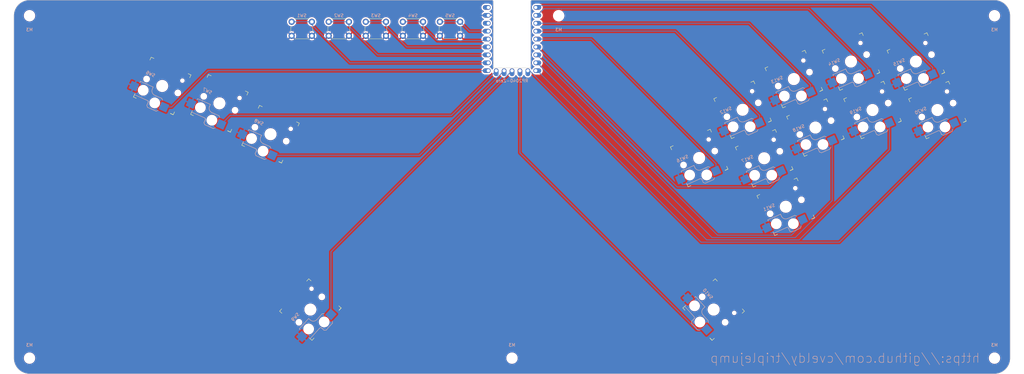
<source format=kicad_pcb>
(kicad_pcb (version 20240108) (generator "pcbnew") (generator_version "8.0")
  (layers (0 "F.Cu" signal) (31 "B.Cu" signal) (34 "B.Paste" user) (35 "F.Paste" user) (36 "B.SilkS" user "B.Silkscreen") (37 "F.SilkS" user "F.Silkscreen") (38 "B.Mask" user) (39 "F.Mask" user) (44 "Edge.Cuts" user))
  (net 0 "")
  (net 1 "GND")
  (net 2 "LEFT")
  (net 3 "DOWN")
  (net 4 "RIGHT")
  (net 7 "S2 (START)")
  (net 8 "S1 (SELECT)")
  (net 9 "A1 (HOME)")
  (net 10 "A2 (CAPTURE)")
  (net 11 "UP1")
  (net 12 "(RS) R3")
  (net 13 "B3 (1P)")
  (net 14 "B4 (2P)")
  (net 15 "R1 (3P)")
  (net 16 "L1 (4P)")
  (net 17 "(LS) L3")
  (net 18 "B1 (1K)")
  (net 19 "B2 (2K)")
  (net 20 "R2 (3K)")
  (net 21 "L2 (4K)")
  (net 22 "TURBO")
  (net 23 "UP2")
  (footprint "keyswitches.pretty-master:Kailh_socket_PG1350" (layer "F.Cu") (at 289.467431 62.925475 24)
    (property "Reference" "SW18" (at -5 -2 24) (layer "B.SilkS") (effects (justify mirror)))
    (property "Value" "SW_Push_45deg")
    (pad "" np_thru_hole circle (at -5.5 0 24) (size 1.7018 1.7018) (drill 1.7018) (layers "*.Cu" "*.Mask"))
    (pad "" np_thru_hole circle (at -5 3.75 24) (size 3 3) (drill 3) (layers "*.Cu" "*.Mask"))
    (pad "" np_thru_hole circle (at 0 0 24) (size 3.429 3.429) (drill 3.429) (layers "*.Cu" "*.Mask"))
    (pad "" np_thru_hole circle (at 0 5.95 24) (size 3 3) (drill 3) (layers "*.Cu" "*.Mask"))
    (pad "" np_thru_hole circle (at 5.22 -4.2 24) (size 0.9906 0.9906) (drill 0.9906) (layers "*.Cu" "*.Mask"))
    (pad "" np_thru_hole circle (at 5.5 0 24) (size 1.7018 1.7018) (drill 1.7018) (layers "*.Cu" "*.Mask"))
    (pad "1" smd rect (at 3.275 5.95 24) (size 2.6 2.6) (layers "B.Cu" "B.Paste" "B.Mask") (net 19 "B2 (2K)"))
    (pad "2" smd rect (at -8.275 3.75 24) (size 2.6 2.6) (layers "B.Cu" "B.Paste" "B.Mask") (net 1 "GND"))
  )
  (footprint "keyswitches.pretty-master:Kailh_socket_PG1350" (layer "F.Cu") (at 256.77564 121.401516 -48)
    (property "Reference" "SW10" (at -4.999999 -2 132) (layer "B.SilkS") (effects (justify mirror)))
    (property "Value" "SW_Push_45deg")
    (pad "" np_thru_hole circle (at -5.5 -0.000001 312) (size 1.7018 1.7018) (drill 1.7018) (layers "*.Cu" "*.Mask"))
    (pad "" np_thru_hole circle (at -5 3.749999 312) (size 3 3) (drill 3) (layers "*.Cu" "*.Mask"))
    (pad "" np_thru_hole circle (at 0 0 312) (size 3.429 3.429) (drill 3.429) (layers "*.Cu" "*.Mask"))
    (pad "" np_thru_hole circle (at 0 5.949999 312) (size 3 3) (drill 3) (layers "*.Cu" "*.Mask"))
    (pad "" np_thru_hole circle (at 5.22 -4.2 312) (size 0.9906 0.9906) (drill 0.9906) (layers "*.Cu" "*.Mask"))
    (pad "" np_thru_hole circle (at 5.5 0.000001 312) (size 1.7018 1.7018) (drill 1.7018) (layers "*.Cu" "*.Mask"))
    (pad "1" smd rect (at 3.275 5.95 312) (size 2.6 2.6) (layers "B.Cu" "B.Paste" "B.Mask") (net 23 "UP2"))
    (pad "2" smd rect (at -8.275 3.750001 312) (size 2.6 2.6) (layers "B.Cu" "B.Paste" "B.Mask") (net 1 "GND"))
  )
  (footprint "keyswitches.pretty-master:Kailh_socket_PG1350" (layer "F.Cu") (at 266.072448 57.215684 24)
    (property "Reference" "SW12" (at -5 -2 24) (layer "B.SilkS") (effects (justify mirror)))
    (property "Value" "SW_Push_45deg")
    (pad "" np_thru_hole circle (at -5.5 0 24) (size 1.7018 1.7018) (drill 1.7018) (layers "*.Cu" "*.Mask"))
    (pad "" np_thru_hole circle (at -5 3.75 24) (size 3 3) (drill 3) (layers "*.Cu" "*.Mask"))
    (pad "" np_thru_hole circle (at 0 0 24) (size 3.429 3.429) (drill 3.429) (layers "*.Cu" "*.Mask"))
    (pad "" np_thru_hole circle (at 0 5.95 24) (size 3 3) (drill 3) (layers "*.Cu" "*.Mask"))
    (pad "" np_thru_hole circle (at 5.22 -4.2 24) (size 0.9906 0.9906) (drill 0.9906) (layers "*.Cu" "*.Mask"))
    (pad "" np_thru_hole circle (at 5.5 0 24) (size 1.7018 1.7018) (drill 1.7018) (layers "*.Cu" "*.Mask"))
    (pad "1" smd rect (at 3.275 5.95 24) (size 2.6 2.6) (layers "B.Cu" "B.Paste" "B.Mask") (net 13 "B3 (1P)"))
    (pad "2" smd rect (at -8.275 3.75 24) (size 2.6 2.6) (layers "B.Cu" "B.Paste" "B.Mask") (net 1 "GND"))
  )
  (footprint "keyswitches.pretty-master:Kailh_socket_PG1350" (layer "F.Cu") (at 127.22436 121.401516 48)
    (property "Reference" "SW9" (at -5 -1.999999 48) (layer "B.SilkS") (effects (justify mirror)))
    (property "Value" "SW_Push_45deg")
    (pad "" np_thru_hole circle (at -5.5 0.000001 48) (size 1.7018 1.7018) (drill 1.7018) (layers "*.Cu" "*.Mask"))
    (pad "" np_thru_hole circle (at -5 3.75 48) (size 3 3) (drill 3) (layers "*.Cu" "*.Mask"))
    (pad "" np_thru_hole circle (at 0 0 48) (size 3.429 3.429) (drill 3.429) (layers "*.Cu" "*.Mask"))
    (pad "" np_thru_hole circle (at 0 5.949999 48) (size 3 3) (drill 3) (layers "*.Cu" "*.Mask"))
    (pad "" np_thru_hole circle (at 5.22 -4.199999 48) (size 0.9906 0.9906) (drill 0.9906) (layers "*.Cu" "*.Mask"))
    (pad "" np_thru_hole circle (at 5.5 -0.000001 48) (size 1.7018 1.7018) (drill 1.7018) (layers "*.Cu" "*.Mask"))
    (pad "1" smd rect (at 3.275 5.949999 48) (size 2.6 2.6) (layers "B.Cu" "B.Paste" "B.Mask") (net 11 "UP1"))
    (pad "2" smd rect (at -8.275001 3.75 48) (size 2.6 2.6) (layers "B.Cu" "B.Paste" "B.Mask") (net 1 "GND"))
  )
  (footprint "keyswitches.pretty-master:Kailh_socket_PG1350" (layer "F.Cu") (at 328.668201 57.29944 24)
    (property "Reference" "SW20" (at -5 -2 24) (layer "B.SilkS") (effects (justify mirror)))
    (property "Value" "SW_Push_45deg")
    (pad "" np_thru_hole circle (at -5.5 0 24) (size 1.7018 1.7018) (drill 1.7018) (layers "*.Cu" "*.Mask"))
    (pad "" np_thru_hole circle (at -5 3.75 24) (size 3 3) (drill 3) (layers "*.Cu" "*.Mask"))
    (pad "" np_thru_hole circle (at 0 0 24) (size 3.429 3.429) (drill 3.429) (layers "*.Cu" "*.Mask"))
    (pad "" np_thru_hole circle (at 0 5.95 24) (size 3 3) (drill 3) (layers "*.Cu" "*.Mask"))
    (pad "" np_thru_hole circle (at 5.22 -4.2 24) (size 0.9906 0.9906) (drill 0.9906) (layers "*.Cu" "*.Mask"))
    (pad "" np_thru_hole circle (at 5.5 0 24) (size 1.7018 1.7018) (drill 1.7018) (layers "*.Cu" "*.Mask"))
    (pad "1" smd rect (at 3.275 5.95 24) (size 2.6 2.6) (layers "B.Cu" "B.Paste" "B.Mask") (net 21 "L2 (4K)"))
    (pad "2" smd rect (at -8.275 3.75 24) (size 2.6 2.6) (layers "B.Cu" "B.Paste" "B.Mask") (net 1 "GND"))
  )
  (footprint "mcu:rp2040-zero-tht" (layer "F.Cu") (at 192 34.5)
    (property "Reference" "U1" (hide yes))
    (property "Value" "rp2040-zero" (hide yes))
    (fp_line (start -6 -11.75) (end -6 9.25) (stroke (width 0.12)) (layer "Edge.Cuts"))
    (fp_line (start -6 9.25) (end 6 9.25) (stroke (width 0.12)) (layer "Edge.Cuts"))
    (fp_line (start 6 9.25) (end 6 -11.75) (stroke (width 0.12)) (layer "Edge.Cuts"))
    (pad "1" thru_hole oval (at 7.62 -10.16 180) (size 2.5 1.5) (drill 1 (offset -0.5 0)) (layers "*.Cu" "*.Mask") (net 16 "L1 (4P)"))
    (pad "2" thru_hole oval (at 7.62 -7.62 180) (size 2.5 1.5) (drill 1 (offset -0.5 0)) (layers "*.Cu" "*.Mask") (net 15 "R1 (3P)"))
    (pad "3" thru_hole oval (at 7.62 -5.08 180) (size 2.5 1.5) (drill 1 (offset -0.5 0)) (layers "*.Cu" "*.Mask") (net 14 "B4 (2P)"))
    (pad "4" thru_hole oval (at 7.62 -2.54 180) (size 2.5 1.5) (drill 1 (offset -0.5 0)) (layers "*.Cu" "*.Mask") (net 13 "B3 (1P)"))
    (pad "5" thru_hole oval (at 7.62 0 180) (size 2.5 1.5) (drill 1 (offset -0.5 0)) (layers "*.Cu" "*.Mask") (net 17 "(LS) L3"))
    (pad "6" thru_hole oval (at 7.62 2.54 180) (size 2.5 1.5) (drill 1 (offset -0.5 0)) (layers "*.Cu" "*.Mask") (net 18 "B1 (1K)"))
    (pad "7" thru_hole oval (at 7.62 5.08 180) (size 2.5 1.5) (drill 1 (offset -0.5 0)) (layers "*.Cu" "*.Mask") (net 12 "(RS) R3"))
    (pad "8" thru_hole oval (at 7.62 7.62 180) (size 2.5 1.5) (drill 1 (offset -0.5 0)) (layers "*.Cu" "*.Mask") (net 19 "B2 (2K)"))
    (pad "9" thru_hole oval (at 7.62 10.16 180) (size 2.5 1.5) (drill 1 (offset -0.5 0)) (layers "*.Cu" "*.Mask") (net 20 "R2 (3K)"))
    (pad "10" thru_hole oval (at 5.08 10.16 90) (size 2.5 1.5) (drill 1 (offset -0.5 0)) (layers "*.Cu" "*.Mask") (net 21 "L2 (4K)"))
    (pad "11" thru_hole oval (at 2.54 10.16 90) (size 2.5 1.5) (drill 1 (offset -0.5 0)) (layers "*.Cu" "*.Mask") (net 23 "UP2"))
    (pad "12" thru_hole oval (at 0 10.16 90) (size 2.5 1.5) (drill 1 (offset -0.5 0)) (layers "*.Cu" "*.Mask") (net 11 "UP1"))
    (pad "13" thru_hole oval (at -2.54 10.16 90) (size 2.5 1.5) (drill 1 (offset -0.5 0)) (layers "*.Cu" "*.Mask") (net 4 "RIGHT"))
    (pad "14" thru_hole oval (at -5.08 10.16 90) (size 2.5 1.5) (drill 1 (offset -0.5 0)) (layers "*.Cu" "*.Mask") (net 3 "DOWN"))
    (pad "15" thru_hole oval (at -7.62 10.16) (size 2.5 1.5) (drill 1 (offset -0.5 0)) (layers "*.Cu" "*.Mask") (net 2 "LEFT"))
    (pad "16" thru_hole oval (at -7.62 7.62) (size 2.5 1.5) (drill 1 (offset -0.5 0)) (layers "*.Cu" "*.Mask") (net 7 "S2 (START)"))
    (pad "17" thru_hole oval (at -7.62 5.08) (size 2.5 1.5) (drill 1 (offset -0.5 0)) (layers "*.Cu" "*.Mask") (net 8 "S1 (SELECT)"))
    (pad "18" thru_hole oval (at -7.62 2.54) (size 2.5 1.5) (drill 1 (offset -0.5 0)) (layers "*.Cu" "*.Mask") (net 9 "A1 (HOME)"))
    (pad "19" thru_hole oval (at -7.62 0) (size 2.5 1.5) (drill 1 (offset -0.5 0)) (layers "*.Cu" "*.Mask") (net 10 "A2 (CAPTURE)"))
    (pad "20" thru_hole oval (at -7.62 -2.54) (size 2.5 1.5) (drill 1 (offset -0.5 0)) (layers "*.Cu" "*.Mask") (net 22 "TURBO"))
    (pad "21" thru_hole oval (at -7.62 -5.08) (size 2.5 1.5) (drill 1 (offset -0.5 0)) (layers "*.Cu" "*.Mask"))
    (pad "22" thru_hole oval (at -7.62 -7.62) (size 2.5 1.5) (drill 1 (offset -0.5 0)) (layers "*.Cu" "*.Mask") (net 1 "GND"))
    (pad "23" thru_hole oval (at -7.62 -10.16) (size 2.5 1.5) (drill 1 (offset -0.5 0)) (layers "*.Cu" "*.Mask"))
  )
  (footprint "keyswitches.pretty-master:Kailh_socket_PG1350" (layer "F.Cu") (at 79.628417 49.564547 -24)
    (property "Reference" "SW6" (at -5 -2 156) (layer "B.SilkS") (effects (justify mirror)))
    (property "Value" "SW_Push_45deg")
    (pad "" np_thru_hole circle (at -5.5 0 336) (size 1.7018 1.7018) (drill 1.7018) (layers "*.Cu" "*.Mask"))
    (pad "" np_thru_hole circle (at -5 3.75 336) (size 3 3) (drill 3) (layers "*.Cu" "*.Mask"))
    (pad "" np_thru_hole circle (at 0 0 336) (size 3.429 3.429) (drill 3.429) (layers "*.Cu" "*.Mask"))
    (pad "" np_thru_hole circle (at 0 5.95 336) (size 3 3) (drill 3) (layers "*.Cu" "*.Mask"))
    (pad "" np_thru_hole circle (at 5.22 -4.2 336) (size 0.9906 0.9906) (drill 0.9906) (layers "*.Cu" "*.Mask"))
    (pad "" np_thru_hole circle (at 5.5 0 336) (size 1.7018 1.7018) (drill 1.7018) (layers "*.Cu" "*.Mask"))
    (pad "1" smd rect (at 3.275 5.95 336) (size 2.6 2.6) (layers "B.Cu" "B.Paste" "B.Mask") (net 2 "LEFT"))
    (pad "2" smd rect (at -8.275 3.75 336) (size 2.6 2.6) (layers "B.Cu" "B.Paste" "B.Mask") (net 1 "GND"))
  )
  (footprint "keyswitches.pretty-master:Kailh_socket_PG1350" (layer "F.Cu") (at 252.121178 72.716821 24)
    (property "Reference" "SW16" (at -5 -2 24) (layer "B.SilkS") (effects (justify mirror)))
    (property "Value" "SW_Push_45deg")
    (pad "" np_thru_hole circle (at -5.5 0 24) (size 1.7018 1.7018) (drill 1.7018) (layers "*.Cu" "*.Mask"))
    (pad "" np_thru_hole circle (at -5 3.75 24) (size 3 3) (drill 3) (layers "*.Cu" "*.Mask"))
    (pad "" np_thru_hole circle (at 0 0 24) (size 3.429 3.429) (drill 3.429) (layers "*.Cu" "*.Mask"))
    (pad "" np_thru_hole circle (at 0 5.95 24) (size 3 3) (drill 3) (layers "*.Cu" "*.Mask"))
    (pad "" np_thru_hole circle (at 5.22 -4.2 24) (size 0.9906 0.9906) (drill 0.9906) (layers "*.Cu" "*.Mask"))
    (pad "" np_thru_hole circle (at 5.5 0 24) (size 1.7018 1.7018) (drill 1.7018) (layers "*.Cu" "*.Mask"))
    (pad "1" smd rect (at 3.275 5.95 24) (size 2.6 2.6) (layers "B.Cu" "B.Paste" "B.Mask") (net 17 "(LS) L3"))
    (pad "2" smd rect (at -8.275 3.75 24) (size 2.6 2.6) (layers "B.Cu" "B.Paste" "B.Mask") (net 1 "GND"))
  )
  (footprint "keyswitches.pretty-master:Kailh_socket_PG1350" (layer "F.Cu") (at 300.87853 41.719018 24)
    (property "Reference" "SW14" (at -5 -2 24) (layer "B.SilkS") (effects (justify mirror)))
    (property "Value" "SW_Push_45deg")
    (pad "" np_thru_hole circle (at -5.5 0 24) (size 1.7018 1.7018) (drill 1.7018) (layers "*.Cu" "*.Mask"))
    (pad "" np_thru_hole circle (at -5 3.75 24) (size 3 3) (drill 3) (layers "*.Cu" "*.Mask"))
    (pad "" np_thru_hole circle (at 0 0 24) (size 3.429 3.429) (drill 3.429) (layers "*.Cu" "*.Mask"))
    (pad "" np_thru_hole circle (at 0 5.95 24) (size 3 3) (drill 3) (layers "*.Cu" "*.Mask"))
    (pad "" np_thru_hole circle (at 5.22 -4.2 24) (size 0.9906 0.9906) (drill 0.9906) (layers "*.Cu" "*.Mask"))
    (pad "" np_thru_hole circle (at 5.5 0 24) (size 1.7018 1.7018) (drill 1.7018) (layers "*.Cu" "*.Mask"))
    (pad "1" smd rect (at 3.275 5.95 24) (size 2.6 2.6) (layers "B.Cu" "B.Paste" "B.Mask") (net 15 "R1 (3P)"))
    (pad "2" smd rect (at -8.275 3.75 24) (size 2.6 2.6) (layers "B.Cu" "B.Paste" "B.Mask") (net 1 "GND"))
  )
  (footprint "keyswitches.pretty-master:Kailh_socket_PG1350" (layer "F.Cu") (at 321.733342 41.723489 24)
    (property "Reference" "SW15" (at -5 -2 24) (layer "B.SilkS") (effects (justify mirror)))
    (property "Value" "SW_Push_45deg")
    (pad "" np_thru_hole circle (at -5.5 0 24) (size 1.7018 1.7018) (drill 1.7018) (layers "*.Cu" "*.Mask"))
    (pad "" np_thru_hole circle (at -5 3.75 24) (size 3 3) (drill 3) (layers "*.Cu" "*.Mask"))
    (pad "" np_thru_hole circle (at 0 0 24) (size 3.429 3.429) (drill 3.429) (layers "*.Cu" "*.Mask"))
    (pad "" np_thru_hole circle (at 0 5.95 24) (size 3 3) (drill 3) (layers "*.Cu" "*.Mask"))
    (pad "" np_thru_hole circle (at 5.22 -4.2 24) (size 0.9906 0.9906) (drill 0.9906) (layers "*.Cu" "*.Mask"))
    (pad "" np_thru_hole circle (at 5.5 0 24) (size 1.7018 1.7018) (drill 1.7018) (layers "*.Cu" "*.Mask"))
    (pad "1" smd rect (at 3.275 5.95 24) (size 2.6 2.6) (layers "B.Cu" "B.Paste" "B.Mask") (net 16 "L1 (4P)"))
    (pad "2" smd rect (at -8.275 3.75 24) (size 2.6 2.6) (layers "B.Cu" "B.Paste" "B.Mask") (net 1 "GND"))
  )
  (footprint "keyswitches.pretty-master:Kailh_socket_PG1350" (layer "F.Cu") (at 114.434499 65.061213 -24)
    (property "Reference" "SW8" (at -5 -2 156) (layer "B.SilkS") (effects (justify mirror)))
    (property "Value" "SW_Push_45deg")
    (pad "" np_thru_hole circle (at -5.5 0 336) (size 1.7018 1.7018) (drill 1.7018) (layers "*.Cu" "*.Mask"))
    (pad "" np_thru_hole circle (at -5 3.75 336) (size 3 3) (drill 3) (layers "*.Cu" "*.Mask"))
    (pad "" np_thru_hole circle (at 0 0 336) (size 3.429 3.429) (drill 3.429) (layers "*.Cu" "*.Mask"))
    (pad "" np_thru_hole circle (at 0 5.95 336) (size 3 3) (drill 3) (layers "*.Cu" "*.Mask"))
    (pad "" np_thru_hole circle (at 5.22 -4.2 336) (size 0.9906 0.9906) (drill 0.9906) (layers "*.Cu" "*.Mask"))
    (pad "" np_thru_hole circle (at 5.5 0 336) (size 1.7018 1.7018) (drill 1.7018) (layers "*.Cu" "*.Mask"))
    (pad "1" smd rect (at 3.275 5.95 336) (size 2.6 2.6) (layers "B.Cu" "B.Paste" "B.Mask") (net 4 "RIGHT"))
    (pad "2" smd rect (at -8.275 3.75 336) (size 2.6 2.6) (layers "B.Cu" "B.Paste" "B.Mask") (net 1 "GND"))
  )
  (footprint "keyswitches.pretty-master:Kailh_socket_PG1350" (layer "F.Cu") (at 307.813389 57.294969 24)
    (property "Reference" "SW19" (at -5 -2 24) (layer "B.SilkS") (effects (justify mirror)))
    (property "Value" "SW_Push_45deg")
    (pad "" np_thru_hole circle (at -5.5 0 24) (size 1.7018 1.7018) (drill 1.7018) (layers "*.Cu" "*.Mask"))
    (pad "" np_thru_hole circle (at -5 3.75 24) (size 3 3) (drill 3) (layers "*.Cu" "*.Mask"))
    (pad "" np_thru_hole circle (at 0 0 24) (size 3.429 3.429) (drill 3.429) (layers "*.Cu" "*.Mask"))
    (pad "" np_thru_hole circle (at 0 5.95 24) (size 3 3) (drill 3) (layers "*.Cu" "*.Mask"))
    (pad "" np_thru_hole circle (at 5.22 -4.2 24) (size 0.9906 0.9906) (drill 0.9906) (layers "*.Cu" "*.Mask"))
    (pad "" np_thru_hole circle (at 5.5 0 24) (size 1.7018 1.7018) (drill 1.7018) (layers "*.Cu" "*.Mask"))
    (pad "1" smd rect (at 3.275 5.95 24) (size 2.6 2.6) (layers "B.Cu" "B.Paste" "B.Mask") (net 20 "R2 (3K)"))
    (pad "2" smd rect (at -8.275 3.75 24) (size 2.6 2.6) (layers "B.Cu" "B.Paste" "B.Mask") (net 1 "GND"))
  )
  (footprint "keyswitches.pretty-master:Kailh_socket_PG1350" (layer "F.Cu") (at 98 55.1375 -24)
    (property "Reference" "SW7" (at -5.151487 -2.050868 156) (layer "B.SilkS") (effects (justify mirror)))
    (property "Value" "SW_Push_45deg")
    (pad "" np_thru_hole circle (at -5.5 0 336) (size 1.7018 1.7018) (drill 1.7018) (layers "*.Cu" "*.Mask"))
    (pad "" np_thru_hole circle (at -5 3.75 336) (size 3 3) (drill 3) (layers "*.Cu" "*.Mask"))
    (pad "" np_thru_hole circle (at 0 0 336) (size 3.429 3.429) (drill 3.429) (layers "*.Cu" "*.Mask"))
    (pad "" np_thru_hole circle (at 0 5.95 336) (size 3 3) (drill 3) (layers "*.Cu" "*.Mask"))
    (pad "" np_thru_hole circle (at 5.22 -4.2 336) (size 0.9906 0.9906) (drill 0.9906) (layers "*.Cu" "*.Mask"))
    (pad "" np_thru_hole circle (at 5.5 0 336) (size 1.7018 1.7018) (drill 1.7018) (layers "*.Cu" "*.Mask"))
    (pad "1" smd rect (at 3.275 5.95 336) (size 2.6 2.6) (layers "B.Cu" "B.Paste" "B.Mask") (net 3 "DOWN"))
    (pad "2" smd rect (at -8.275 3.75 336) (size 2.6 2.6) (layers "B.Cu" "B.Paste" "B.Mask") (net 1 "GND"))
  )
  (footprint "MountingHole:MountingHole_3.2mm_M3" (layer "F.Cu") (at 37 137)
    (property "Reference" "M3" (at 0 -4.2 0) (layer "B.SilkS") (effects (justify mirror)))
    (property "Value" "MountingHole_3.2mm_M3")
    (pad "" np_thru_hole circle (at 0 0) (size 3.2 3.2) (drill 3.2) (layers "*.Cu" "*.Mask"))
  )
  (footprint "keyswitches.pretty-master:Kailh_socket_PG1350" (layer "F.Cu") (at 273.007307 72.791635 24)
    (property "Reference" "SW17" (at -5 -2 24) (layer "B.SilkS") (effects (justify mirror)))
    (property "Value" "SW_Push_45deg")
    (pad "" np_thru_hole circle (at -5.5 0 24) (size 1.7018 1.7018) (drill 1.7018) (layers "*.Cu" "*.Mask"))
    (pad "" np_thru_hole circle (at -5 3.75 24) (size 3 3) (drill 3) (layers "*.Cu" "*.Mask"))
    (pad "" np_thru_hole circle (at 0 0 24) (size 3.429 3.429) (drill 3.429) (layers "*.Cu" "*.Mask"))
    (pad "" np_thru_hole circle (at 0 5.95 24) (size 3 3) (drill 3) (layers "*.Cu" "*.Mask"))
    (pad "" np_thru_hole circle (at 5.22 -4.2 24) (size 0.9906 0.9906) (drill 0.9906) (layers "*.Cu" "*.Mask"))
    (pad "" np_thru_hole circle (at 5.5 0 24) (size 1.7018 1.7018) (drill 1.7018) (layers "*.Cu" "*.Mask"))
    (pad "1" smd rect (at 3.275 5.95 24) (size 2.6 2.6) (layers "B.Cu" "B.Paste" "B.Mask") (net 18 "B1 (1K)"))
    (pad "2" smd rect (at -8.275 3.75 24) (size 2.6 2.6) (layers "B.Cu" "B.Paste" "B.Mask") (net 1 "GND"))
  )
  (footprint "Button_Switch_THT:SW_PUSH_6mm" (layer "F.Cu") (at 168.83125 28.94375)
    (property "Reference" "SW5" (at 3.25 -2 0) (layer "B.SilkS") (effects (justify mirror)))
    (property "Value" "SW_Push_45deg")
    (pad "1" thru_hole circle (at 0 0 90) (size 2 2) (drill 1.1) (layers "*.Cu" "*.Mask") (net 22 "TURBO"))
    (pad "1" thru_hole circle (at 6.5 0 90) (size 2 2) (drill 1.1) (layers "*.Cu" "*.Mask") (net 22 "TURBO"))
    (pad "2" thru_hole circle (at 0 4.5 90) (size 2 2) (drill 1.1) (layers "*.Cu" "*.Mask") (net 1 "GND"))
    (pad "2" thru_hole circle (at 6.5 4.5 90) (size 2 2) (drill 1.1) (layers "*.Cu" "*.Mask") (net 1 "GND"))
  )
  (footprint "MountingHole:MountingHole_3.2mm_M3" (layer "F.Cu") (at 37 27)
    (property "Reference" "M3" (at 0 4.5 0) (layer "B.SilkS") (effects (justify mirror)))
    (property "Value" "MountingHole_3.2mm_M3")
    (pad "" np_thru_hole circle (at 0 0) (size 3.2 3.2) (drill 3.2) (layers "*.Cu" "*.Mask"))
  )
  (footprint "keyswitches.pretty-master:Kailh_socket_PG1350" (layer "F.Cu") (at 279.942167 88.367585 24)
    (property "Reference" "SW11" (at -5 -2 24) (layer "B.SilkS") (effects (justify mirror)))
    (property "Value" "SW_Push_45deg")
    (pad "" np_thru_hole circle (at -5.5 0 24) (size 1.7018 1.7018) (drill 1.7018) (layers "*.Cu" "*.Mask"))
    (pad "" np_thru_hole circle (at -5 3.75 24) (size 3 3) (drill 3) (layers "*.Cu" "*.Mask"))
    (pad "" np_thru_hole circle (at 0 0 24) (size 3.429 3.429) (drill 3.429) (layers "*.Cu" "*.Mask"))
    (pad "" np_thru_hole circle (at 0 5.95 24) (size 3 3) (drill 3) (layers "*.Cu" "*.Mask"))
    (pad "" np_thru_hole circle (at 5.22 -4.2 24) (size 0.9906 0.9906) (drill 0.9906) (layers "*.Cu" "*.Mask"))
    (pad "" np_thru_hole circle (at 5.5 0 24) (size 1.7018 1.7018) (drill 1.7018) (layers "*.Cu" "*.Mask"))
    (pad "1" smd rect (at 3.275 5.95 24) (size 2.6 2.6) (layers "B.Cu" "B.Paste" "B.Mask") (net 12 "(RS) R3"))
    (pad "2" smd rect (at -8.275 3.75 24) (size 2.6 2.6) (layers "B.Cu" "B.Paste" "B.Mask") (net 1 "GND"))
  )
  (footprint "MountingHole:MountingHole_3.2mm_M3" (layer "F.Cu") (at 347 27)
    (property "Reference" "M3" (at 0 4.5 0) (layer "B.SilkS") (effects (justify mirror)))
    (property "Value" "MountingHole_3.2mm_M3")
    (pad "" np_thru_hole circle (at 0 0) (size 3.2 3.2) (drill 3.2) (layers "*.Cu" "*.Mask"))
  )
  (footprint "MountingHole:MountingHole_3.2mm_M3" (layer "F.Cu") (at 207 27)
    (property "Reference" "M3" (at 0 4.5 0) (layer "B.SilkS") (effects (justify mirror)))
    (property "Value" "MountingHole_3.2mm_M3")
    (pad "" np_thru_hole circle (at 0 0) (size 3.2 3.2) (drill 3.2) (layers "*.Cu" "*.Mask"))
  )
  (footprint "keyswitches.pretty-master:Kailh_socket_PG1350" (layer "F.Cu") (at 282.532572 47.349524 24)
    (property "Reference" "SW13" (at -5 -2 24) (layer "B.SilkS") (effects (justify mirror)))
    (property "Value" "SW_Push_45deg")
    (pad "" np_thru_hole circle (at -5.5 0 24) (size 1.7018 1.7018) (drill 1.7018) (layers "*.Cu" "*.Mask"))
    (pad "" np_thru_hole circle (at -5 3.75 24) (size 3 3) (drill 3) (layers "*.Cu" "*.Mask"))
    (pad "" np_thru_hole circle (at 0 0 24) (size 3.429 3.429) (drill 3.429) (layers "*.Cu" "*.Mask"))
    (pad "" np_thru_hole circle (at 0 5.95 24) (size 3 3) (drill 3) (layers "*.Cu" "*.Mask"))
    (pad "" np_thru_hole circle (at 5.22 -4.2 24) (size 0.9906 0.9906) (drill 0.9906) (layers "*.Cu" "*.Mask"))
    (pad "" np_thru_hole circle (at 5.5 0 24) (size 1.7018 1.7018) (drill 1.7018) (layers "*.Cu" "*.Mask"))
    (pad "1" smd rect (at 3.275 5.95 24) (size 2.6 2.6) (layers "B.Cu" "B.Paste" "B.Mask") (net 14 "B4 (2P)"))
    (pad "2" smd rect (at -8.275 3.75 24) (size 2.6 2.6) (layers "B.Cu" "B.Paste" "B.Mask") (net 1 "GND"))
  )
  (footprint "MountingHole:MountingHole_3.2mm_M3" (layer "F.Cu") (at 347 137)
    (property "Reference" "M3" (at 0 -4.2 0) (layer "B.SilkS") (effects (justify mirror)))
    (property "Value" "MountingHole_3.2mm_M3")
    (pad "" np_thru_hole circle (at 0 0) (size 3.2 3.2) (drill 3.2) (layers "*.Cu" "*.Mask"))
  )
  (footprint "Button_Switch_THT:SW_PUSH_6mm" (layer "F.Cu") (at 133.1125 28.94375)
    (property "Reference" "SW2" (at 3.25 -2 0) (layer "B.SilkS") (effects (justify mirror)))
    (property "Value" "SW_Push_45deg")
    (pad "1" thru_hole circle (at 0 0 90) (size 2 2) (drill 1.1) (layers "*.Cu" "*.Mask") (net 8 "S1 (SELECT)"))
    (pad "1" thru_hole circle (at 6.5 0 90) (size 2 2) (drill 1.1) (layers "*.Cu" "*.Mask") (net 8 "S1 (SELECT)"))
    (pad "2" thru_hole circle (at 0 4.5 90) (size 2 2) (drill 1.1) (layers "*.Cu" "*.Mask") (net 1 "GND"))
    (pad "2" thru_hole circle (at 6.5 4.5 90) (size 2 2) (drill 1.1) (layers "*.Cu" "*.Mask") (net 1 "GND"))
  )
  (footprint "Button_Switch_THT:SW_PUSH_6mm" (layer "F.Cu") (at 121.2065 28.94375)
    (property "Reference" "SW1" (at 3.25 -2 0) (layer "B.SilkS") (effects (justify mirror)))
    (property "Value" "SW_Push_45deg")
    (pad "1" thru_hole circle (at 0 0 90) (size 2 2) (drill 1.1) (layers "*.Cu" "*.Mask") (net 7 "S2 (START)"))
    (pad "1" thru_hole circle (at 6.5 0 90) (size 2 2) (drill 1.1) (layers "*.Cu" "*.Mask") (net 7 "S2 (START)"))
    (pad "2" thru_hole circle (at 0 4.5 90) (size 2 2) (drill 1.1) (layers "*.Cu" "*.Mask") (net 1 "GND"))
    (pad "2" thru_hole circle (at 6.5 4.5 90) (size 2 2) (drill 1.1) (layers "*.Cu" "*.Mask") (net 1 "GND"))
  )
  (footprint "Button_Switch_THT:SW_PUSH_6mm" (layer "F.Cu") (at 156.925 28.94375)
    (property "Reference" "SW4" (at 3.25 -2 0) (layer "B.SilkS") (effects (justify mirror)))
    (property "Value" "SW_Push_45deg")
    (pad "1" thru_hole circle (at 0 0 90) (size 2 2) (drill 1.1) (layers "*.Cu" "*.Mask") (net 10 "A2 (CAPTURE)"))
    (pad "1" thru_hole circle (at 6.5 0 90) (size 2 2) (drill 1.1) (layers "*.Cu" "*.Mask") (net 10 "A2 (CAPTURE)"))
    (pad "2" thru_hole circle (at 0 4.5 90) (size 2 2) (drill 1.1) (layers "*.Cu" "*.Mask") (net 1 "GND"))
    (pad "2" thru_hole circle (at 6.5 4.5 90) (size 2 2) (drill 1.1) (layers "*.Cu" "*.Mask") (net 1 "GND"))
  )
  (footprint "Button_Switch_THT:SW_PUSH_6mm" (layer "F.Cu") (at 145.01875 28.94375)
    (property "Reference" "SW3" (at 3.25 -2 0) (layer "B.SilkS") (effects (justify mirror)))
    (property "Value" "SW_Push_45deg")
    (pad "1" thru_hole circle (at 0 0 90) (size 2 2) (drill 1.1) (layers "*.Cu" "*.Mask") (net 9 "A1 (HOME)"))
    (pad "1" thru_hole circle (at 6.5 0 90) (size 2 2) (drill 1.1) (layers "*.Cu" "*.Mask") (net 9 "A1 (HOME)"))
    (pad "2" thru_hole circle (at 0 4.5 90) (size 2 2) (drill 1.1) (layers "*.Cu" "*.Mask") (net 1 "GND"))
    (pad "2" thru_hole circle (at 6.5 4.5 90) (size 2 2) (drill 1.1) (layers "*.Cu" "*.Mask") (net 1 "GND"))
  )
  (footprint "MountingHole:MountingHole_3.2mm_M3" (layer "F.Cu") (at 192 137)
    (property "Reference" "M3" (at 0 -4.2 0) (layer "B.SilkS") (effects (justify mirror)))
    (property "Value" "MountingHole_3.2mm_M3")
    (pad "" np_thru_hole circle (at 0 0) (size 3.2 3.2) (drill 3.2) (layers "*.Cu" "*.Mask"))
  )
  (gr_line (start 347 22) (end 199 22) (stroke (width 0.1)) (layer "Edge.Cuts"))
  (gr_arc (start 37 142) (mid 33.464466 140.535534) (end 32 137) (stroke (width 0.1)) (layer "Edge.Cuts"))
  (gr_line (start 199 22) (end 198.5 22) (stroke (width 0.1)) (layer "Edge.Cuts"))
  (gr_arc (start 352 137) (mid 350.535534 140.535534) (end 347 142) (stroke (width 0.1)) (layer "Edge.Cuts"))
  (gr_line (start 185 22) (end 37 22) (stroke (width 0.1)) (layer "Edge.Cuts"))
  (gr_line (start 352 137) (end 352 27) (stroke (width 0.1)) (layer "Edge.Cuts"))
  (gr_arc (start 32 27) (mid 33.464466 23.464466) (end 37 22) (stroke (width 0.1)) (layer "Edge.Cuts"))
  (gr_line (start 186 22.75) (end 186 22.5) (stroke (width 0.1)) (layer "Edge.Cuts"))
  (gr_arc (start 347 22) (mid 350.535534 23.464466) (end 352 27) (stroke (width 0.1)) (layer "Edge.Cuts"))
  (gr_line (start 37 142) (end 347 142) (stroke (width 0.1)) (layer "Edge.Cuts"))
  (gr_line (start 32 27) (end 32 137) (stroke (width 0.1)) (layer "Edge.Cuts"))
  (gr_arc (start 198 22.5) (mid 198.146447 22.146447) (end 198.5 22) (stroke (width 0.1)) (layer "Edge.Cuts"))
  (gr_arc (start 185.5 22) (mid 185.853553 22.146447) (end 186 22.5) (stroke (width 0.1)) (layer "Edge.Cuts"))
  (gr_line (start 198 22.75) (end 198 22.5) (stroke (width 0.1)) (layer "Edge.Cuts"))
  (gr_line (start 185.5 22) (end 185 22) (stroke (width 0.1)) (layer "Edge.Cuts"))
  (gr_text "https://github.com/cveldy/triplejump" (at 299 138.75 0) (layer "B.SilkS") (effects (font (size 3 3)) (justify bottom mirror)))
  (gr_text "RP2040-Zero" (at 191.999822 48.489736 0) (layer "B.SilkS") (effects (font (size 1 1)) (justify bottom mirror)))
  (segment (start 184.38 44.66) (end 94.34 44.66) (width 0.25) (layer "B.Cu") (net 2))
  (segment (start 94.34 44.66) (end 82.667795 56.332205) (width 0.25) (layer "B.Cu") (net 2))
  (segment (start 82.667795 56.332205) (end 80.200195 56.332205) (width 0.25) (layer "B.Cu") (net 2))
  (segment (start 101.476936 59) (end 98.571778 61.905158) (width 0.25) (layer "B.Cu") (net 3))
  (segment (start 172.58 59) (end 101.476936 59) (width 0.25) (layer "B.Cu") (net 3))
  (segment (start 186.92 44.66) (end 172.58 59) (width 0.25) (layer "B.Cu") (net 3))
  (segment (start 189.46 44.66) (end 162.291129 71.828871) (width 0.25) (layer "B.Cu") (net 4))
  (segment (start 162.291129 71.828871) (end 115.006277 71.828871) (width 0.25) (layer "B.Cu") (net 4))
  (segment (start 127.7065 28.94375) (end 121.2065 28.94375) (width 0.25) (layer "B.Cu") (net 7))
  (segment (start 127.7065 29.911583) (end 127.7065 28.94375) (width 0.25) (layer "B.Cu") (net 7))
  (segment (start 184.38 42.12) (end 139.914917 42.12) (width 0.25) (layer "B.Cu") (net 7))
  (segment (start 139.914917 42.12) (end 127.7065 29.911583) (width 0.25) (layer "B.Cu") (net 7))
  (segment (start 139.6125 30.357963) (end 139.6125 28.94375) (width 0.25) (layer "B.Cu") (net 8))
  (segment (start 184.38 39.58) (end 148.834537 39.58) (width 0.25) (layer "B.Cu") (net 8))
  (segment (start 139.6125 28.94375) (end 133.1125 28.94375) (width 0.25) (layer "B.Cu") (net 8))
  (segment (start 148.834537 39.58) (end 139.6125 30.357963) (width 0.25) (layer "B.Cu") (net 8))
  (segment (start 151.51875 30.357963) (end 151.51875 28.94375) (width 0.25) (layer "B.Cu") (net 9))
  (segment (start 184.38 37.04) (end 158.200787 37.04) (width 0.25) (layer "B.Cu") (net 9))
  (segment (start 151.51875 28.94375) (end 145.01875 28.94375) (width 0.25) (layer "B.Cu") (net 9))
  (segment (start 158.200787 37.04) (end 151.51875 30.357963) (width 0.25) (layer "B.Cu") (net 9))
  (segment (start 163.425 28.94375) (end 156.925 28.94375) (width 0.25) (layer "B.Cu") (net 10))
  (segment (start 163.425 30.425) (end 163.425 28.94375) (width 0.25) (layer "B.Cu") (net 10))
  (segment (start 184.38 34.5) (end 183.88 35) (width 0.25) (layer "B.Cu") (net 10))
  (segment (start 183.88 35) (end 168 35) (width 0.25) (layer "B.Cu") (net 10))
  (segment (start 168 35) (end 163.425 30.425) (width 0.25) (layer "B.Cu") (net 10))
  (segment (start 133.837474 102.822526) (end 133.837474 122.949043) (width 0.25) (layer "B.Cu") (net 11))
  (segment (start 192 44.66) (end 133.837474 102.822526) (width 0.25) (layer "B.Cu") (net 11))
  (segment (start 258 97.5) (end 200.08 39.58) (width 0.25) (layer "B.Cu") (net 12))
  (segment (start 281.748256 97.5) (end 258 97.5) (width 0.25) (layer "B.Cu") (net 12))
  (segment (start 285.354111 92.471118) (end 285.354111 93.894145) (width 0.25) (layer "B.Cu") (net 12))
  (segment (start 200.08 39.58) (end 199.62 39.58) (width 0.25) (layer "B.Cu") (net 12))
  (segment (start 285.354111 93.894145) (end 281.748256 97.5) (width 0.25) (layer "B.Cu") (net 12))
  (segment (start 244.46 31.96) (end 199.62 31.96) (width 0.25) (layer "B.Cu") (net 13))
  (segment (start 271.484392 58.984392) (end 244.46 31.96) (width 0.25) (layer "B.Cu") (net 13))
  (segment (start 271.484392 61.319217) (end 271.484392 58.984392) (width 0.25) (layer "B.Cu") (net 13))
  (segment (start 287.944516 49.194516) (end 268.17 29.42) (width 0.25) (layer "B.Cu") (net 14))
  (segment (start 287.944516 51.453057) (end 287.944516 49.194516) (width 0.25) (layer "B.Cu") (net 14))
  (segment (start 268.17 29.42) (end 199.62 29.42) (width 0.25) (layer "B.Cu") (net 14))
  (segment (start 287.25 24.75) (end 202.25 24.75) (width 0.25) (layer "B.Cu") (net 15))
  (segment (start 202.25 24.75) (end 200.12 26.88) (width 0.25) (layer "B.Cu") (net 15))
  (segment (start 306.290474 45.822551) (end 306.290474 43.790474) (width 0.25) (layer "B.Cu") (net 15))
  (segment (start 200.12 26.88) (end 199.62 26.88) (width 0.25) (layer "B.Cu") (net 15))
  (segment (start 306.290474 43.790474) (end 287.25 24.75) (width 0.25) (layer "B.Cu") (net 15))
  (segment (start 327.145286 43.645286) (end 307.25 23.75) (width 0.25) (layer "B.Cu") (net 16))
  (segment (start 327.145286 45.827022) (end 327.145286 43.645286) (width 0.25) (layer "B.Cu") (net 16))
  (segment (start 307.25 23.75) (end 200.21 23.75) (width 0.25) (layer "B.Cu") (net 16))
  (segment (start 200.21 23.75) (end 199.62 24.34) (width 0.25) (layer "B.Cu") (net 16))
  (segment (start 257.533122 74.533122) (end 217.5 34.5) (width 0.25) (layer "B.Cu") (net 17))
  (segment (start 217.5 34.5) (end 199.62 34.5) (width 0.25) (layer "B.Cu") (net 17))
  (segment (start 257.533122 76.820354) (end 257.533122 74.533122) (width 0.25) (layer "B.Cu") (net 17))
  (segment (start 278.419251 78.318195) (end 274.737446 82) (width 0.25) (layer "B.Cu") (net 18))
  (segment (start 278.419251 76.895168) (end 278.419251 78.318195) (width 0.25) (layer "B.Cu") (net 18))
  (segment (start 245.04 82) (end 200.08 37.04) (width 0.25) (layer "B.Cu") (net 18))
  (segment (start 200.08 37.04) (end 199.62 37.04) (width 0.25) (layer "B.Cu") (net 18))
  (segment (start 274.737446 82) (end 245.04 82) (width 0.25) (layer "B.Cu") (net 18))
  (segment (start 294.879375 86.370625) (end 283 98.25) (width 0.25) (layer "B.Cu") (net 19))
  (segment (start 283 98.25) (end 256.25 98.25) (width 0.25) (layer "B.Cu") (net 19))
  (segment (start 256.25 98.25) (end 200.12 42.12) (width 0.25) (layer "B.Cu") (net 19))
  (segment (start 294.879375 67.029008) (end 294.879375 86.370625) (width 0.25) (layer "B.Cu") (net 19))
  (segment (start 200.12 42.12) (end 199.62 42.12) (width 0.25) (layer "B.Cu") (net 19))
  (segment (start 284.25 99) (end 254.5 99) (width 0.25) (layer "B.Cu") (net 20))
  (segment (start 313.225333 70.024667) (end 284.25 99) (width 0.25) (layer "B.Cu") (net 20))
  (segment (start 254.5 99) (end 200.16 44.66) (width 0.25) (layer "B.Cu") (net 20))
  (segment (start 200.16 44.66) (end 199.62 44.66) (width 0.25) (layer "B.Cu") (net 20))
  (segment (start 313.225333 61.398502) (end 313.225333 70.024667) (width 0.25) (layer "B.Cu") (net 20))
  (segment (start 334.080145 61.402973) (end 334.080145 62.826) (width 0.25) (layer "B.Cu") (net 21))
  (segment (start 197.66 44.66) (end 197.08 44.66) (width 0.25) (layer "B.Cu") (net 21))
  (segment (start 252.75 99.75) (end 197.66 44.66) (width 0.25) (layer "B.Cu") (net 21))
  (segment (start 297.156145 99.75) (end 252.75 99.75) (width 0.25) (layer "B.Cu") (net 21))
  (segment (start 334.080145 62.826) (end 297.156145 99.75) (width 0.25) (layer "B.Cu") (net 21))
  (segment (start 184.38 31.96) (end 178.3475 31.96) (width 0.25) (layer "B.Cu") (net 22))
  (segment (start 178.3475 31.96) (end 175.33125 28.94375) (width 0.25) (layer "B.Cu") (net 22))
  (segment (start 175.33125 28.94375) (end 168.83125 28.94375) (width 0.25) (layer "B.Cu") (net 22))
  (segment (start 194.54 44.66) (end 194.54 71.04) (width 0.25) (layer "B.Cu") (net 23))
  (segment (start 194.54 71.04) (end 251.316643 127.816643) (width 0.25) (layer "B.Cu") (net 23))
  (segment (start 251.316643 127.816643) (end 254.545331 127.816643) (width 0.25) (layer "B.Cu") (net 23))
  (zone (net 1) (net_name "GND") (layer "F.Cu") (connect_pads (clearance 0.5)) (min_thickness 0.25) (fill yes (thermal_gap 0.5) (thermal_bridge_width 0.5))
    (polygon (pts (xy 32 22) (xy 352 22) (xy 352 142) (xy 32 142)))
  )
  (zone (net 1) (net_name "GND") (layer "B.Cu") (connect_pads (clearance 0.5)) (min_thickness 0.25) (fill yes (thermal_gap 0.5) (thermal_bridge_width 0.5))
    (polygon (pts (xy 32 22) (xy 352 22) (xy 352 142) (xy 32 142)))
  )
)
</source>
